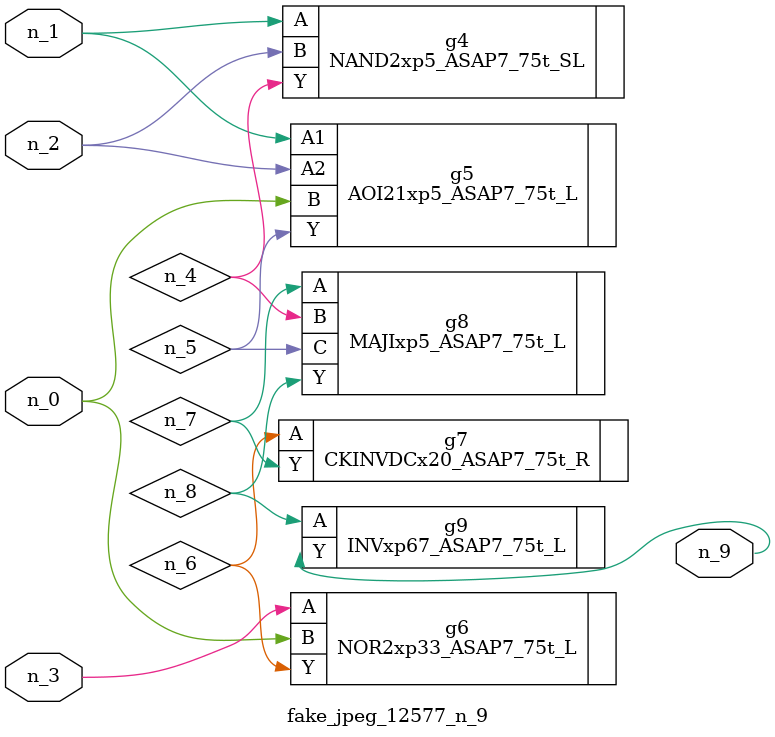
<source format=v>
module fake_jpeg_12577_n_9 (n_0, n_3, n_2, n_1, n_9);

input n_0;
input n_3;
input n_2;
input n_1;

output n_9;

wire n_4;
wire n_8;
wire n_6;
wire n_5;
wire n_7;

NAND2xp5_ASAP7_75t_SL g4 ( 
.A(n_1),
.B(n_2),
.Y(n_4)
);

AOI21xp5_ASAP7_75t_L g5 ( 
.A1(n_1),
.A2(n_2),
.B(n_0),
.Y(n_5)
);

NOR2xp33_ASAP7_75t_L g6 ( 
.A(n_3),
.B(n_0),
.Y(n_6)
);

CKINVDCx20_ASAP7_75t_R g7 ( 
.A(n_6),
.Y(n_7)
);

MAJIxp5_ASAP7_75t_L g8 ( 
.A(n_7),
.B(n_4),
.C(n_5),
.Y(n_8)
);

INVxp67_ASAP7_75t_L g9 ( 
.A(n_8),
.Y(n_9)
);


endmodule
</source>
